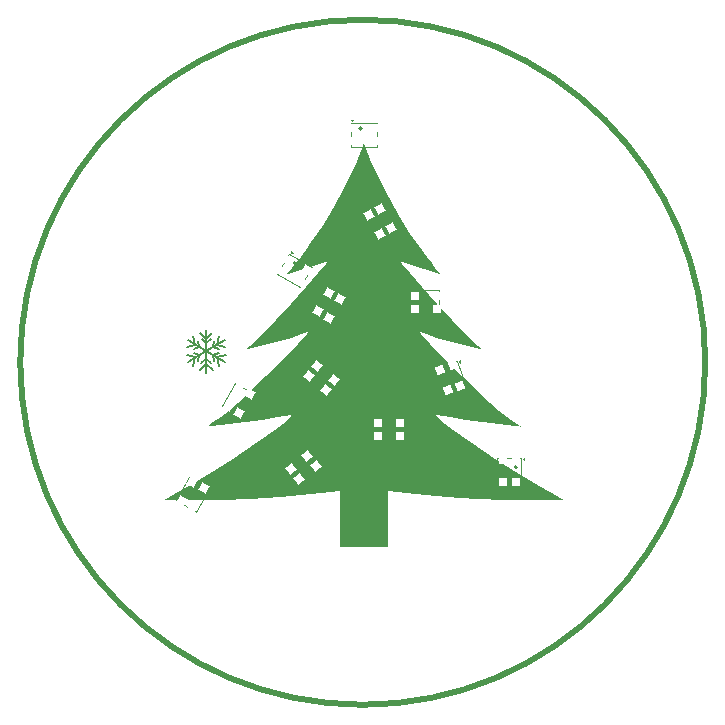
<source format=gto>
G04 #@! TF.GenerationSoftware,KiCad,Pcbnew,9.0.5*
G04 #@! TF.CreationDate,2025-11-30T01:11:54+01:00*
G04 #@! TF.ProjectId,xmasCrystalBall,786d6173-4372-4797-9374-616c42616c6c,rev?*
G04 #@! TF.SameCoordinates,Original*
G04 #@! TF.FileFunction,Legend,Top*
G04 #@! TF.FilePolarity,Positive*
%FSLAX46Y46*%
G04 Gerber Fmt 4.6, Leading zero omitted, Abs format (unit mm)*
G04 Created by KiCad (PCBNEW 9.0.5) date 2025-11-30 01:11:54*
%MOMM*%
%LPD*%
G01*
G04 APERTURE LIST*
G04 Aperture macros list*
%AMRotRect*
0 Rectangle, with rotation*
0 The origin of the aperture is its center*
0 $1 length*
0 $2 width*
0 $3 Rotation angle, in degrees counterclockwise*
0 Add horizontal line*
21,1,$1,$2,0,0,$3*%
G04 Aperture macros list end*
%ADD10C,0.141022*%
%ADD11C,0.500000*%
%ADD12C,0.000000*%
%ADD13C,0.100000*%
%ADD14C,0.200000*%
%ADD15RotRect,0.700000X0.700000X290.000000*%
%ADD16R,0.700000X0.700000*%
%ADD17RotRect,0.700000X0.700000X300.000000*%
%ADD18RotRect,0.700000X0.700000X330.000000*%
%ADD19RotRect,0.700000X0.700000X240.000000*%
%ADD20RotRect,0.700000X0.700000X220.000000*%
%ADD21RotRect,0.700000X0.700000X140.000000*%
%ADD22RotRect,0.700000X0.700000X60.000000*%
%ADD23C,0.100000*%
%ADD24O,1.200000X2.000000*%
%ADD25O,1.200000X2.300000*%
G04 APERTURE END LIST*
D10*
X130195603Y-95762553D02*
X130590383Y-95424167D01*
X130581786Y-96568812D02*
X130598984Y-96568812D01*
X131266396Y-95584021D02*
X131177971Y-95093408D01*
X129543032Y-94592228D02*
X130009380Y-94427472D01*
D11*
X172850000Y-95700000D02*
G75*
G02*
X114850000Y-95700000I-29000000J0D01*
G01*
X114850000Y-95700000D02*
G75*
G02*
X172850000Y-95700000I29000000J0D01*
G01*
D10*
X131513621Y-94220571D02*
X131700004Y-93512897D01*
X129019631Y-95669193D02*
X130581819Y-94754339D01*
X128950000Y-95100000D02*
X129658382Y-95288709D01*
X130048069Y-96353873D02*
X130590387Y-95823817D01*
D12*
G36*
X143950000Y-111343542D02*
G01*
X141926855Y-111343542D01*
X141926855Y-106576572D01*
X139502895Y-106886415D01*
X136922273Y-107108687D01*
X134342183Y-107257097D01*
X131919820Y-107345357D01*
X128177054Y-107396271D01*
X126951531Y-107371114D01*
X127179693Y-107287878D01*
X127616742Y-107064574D01*
X128989737Y-106275656D01*
X130814982Y-105160143D01*
X132836945Y-103873815D01*
X134800096Y-102572455D01*
X136448900Y-101411843D01*
X137075569Y-100933000D01*
X137527827Y-100547762D01*
X137773733Y-100275602D01*
X137809321Y-100188011D01*
X137781344Y-100135993D01*
X136632923Y-100348304D01*
X135282007Y-100561640D01*
X132504046Y-100944085D01*
X130363129Y-101200971D01*
X130523497Y-101160416D01*
X130720035Y-101074718D01*
X131210100Y-100780485D01*
X131810284Y-100343445D01*
X132497545Y-99788772D01*
X133248843Y-99141642D01*
X134041137Y-98427226D01*
X135656554Y-96897238D01*
X137159470Y-95400198D01*
X138365560Y-94137501D01*
X138799695Y-93656965D01*
X139090501Y-93310536D01*
X139214939Y-93123389D01*
X139207569Y-93097412D01*
X139149967Y-93120696D01*
X138934012Y-93226653D01*
X138631007Y-93346526D01*
X137824751Y-93615213D01*
X136852998Y-93901139D01*
X135837546Y-94178690D01*
X134162739Y-94606200D01*
X133774719Y-94692815D01*
X133864389Y-94652666D01*
X133986742Y-94572099D01*
X134319836Y-94300779D01*
X134754679Y-93900993D01*
X135271949Y-93394878D01*
X136476487Y-92152211D01*
X137778880Y-90749877D01*
X139024557Y-89364976D01*
X140058946Y-88174607D01*
X140727478Y-87355868D01*
X140876244Y-87141204D01*
X140895799Y-87092233D01*
X140875582Y-87085860D01*
X140106676Y-87358766D01*
X138859871Y-87786830D01*
X137743227Y-88164465D01*
X137364805Y-88286086D01*
X137459463Y-88206734D01*
X137640442Y-88011008D01*
X137898301Y-87706220D01*
X138223597Y-87299683D01*
X138606886Y-86798707D01*
X139038725Y-86210604D01*
X139509673Y-85542685D01*
X140010286Y-84802263D01*
X140531121Y-83996649D01*
X141062736Y-83133154D01*
X141595688Y-82219091D01*
X142120533Y-81261770D01*
X142627830Y-80268504D01*
X143108135Y-79246603D01*
X143335215Y-78727200D01*
X143552006Y-78203381D01*
X143757328Y-77676058D01*
X143950000Y-77146147D01*
X143950000Y-111343542D01*
G37*
D10*
X129021932Y-93854916D02*
X130581819Y-94754339D01*
X129667149Y-94220572D02*
X129480765Y-93512897D01*
X129534976Y-94928131D02*
X130002799Y-95093408D01*
X130598984Y-92960689D02*
X130598984Y-96568812D01*
X128956904Y-94423080D02*
X129667149Y-94220572D01*
X132223866Y-94423079D02*
X131513621Y-94220571D01*
X130590384Y-94099246D02*
X130968659Y-93770438D01*
X130590386Y-93698967D02*
X131118927Y-93182507D01*
X131132699Y-96353874D02*
X130590387Y-95823817D01*
X129476249Y-96017241D02*
X129658382Y-95288709D01*
X131171391Y-94427472D02*
X131268263Y-93943110D01*
X131637737Y-94592228D02*
X131171391Y-94427472D01*
X130598984Y-92960689D02*
X130581786Y-92960689D01*
X132161139Y-95669191D02*
X130598953Y-94754338D01*
X131645793Y-94928130D02*
X131177971Y-95093408D01*
X130581786Y-92960689D02*
X130581786Y-96568812D01*
X131704521Y-96017241D02*
X131522387Y-95288708D01*
X130009380Y-94427472D02*
X129912505Y-93943110D01*
X132158837Y-93854915D02*
X130598953Y-94754338D01*
X130985168Y-95762553D02*
X130590383Y-95424167D01*
X130590384Y-94099246D02*
X130212110Y-93770440D01*
X129914373Y-95584022D02*
X130002799Y-95093408D01*
X130590386Y-93698967D02*
X130061841Y-93182506D01*
X132230770Y-95099999D02*
X131522387Y-95288708D01*
D12*
G36*
X144142672Y-77676058D02*
G01*
X144347994Y-78203381D01*
X144564785Y-78727200D01*
X144791865Y-79246603D01*
X145272170Y-80268504D01*
X145779467Y-81261770D01*
X146304313Y-82219091D01*
X146837265Y-83133154D01*
X147368880Y-83996649D01*
X147889715Y-84802263D01*
X148390328Y-85542685D01*
X148861276Y-86210604D01*
X149293116Y-86798707D01*
X149676405Y-87299683D01*
X150001700Y-87706220D01*
X150259559Y-88011008D01*
X150440538Y-88206734D01*
X150535196Y-88286086D01*
X150156774Y-88164465D01*
X149040130Y-87786830D01*
X147793325Y-87358766D01*
X147024419Y-87085860D01*
X147004202Y-87092233D01*
X147023756Y-87141204D01*
X147172523Y-87355868D01*
X147841054Y-88174607D01*
X148875444Y-89364976D01*
X150121121Y-90749877D01*
X151423514Y-92152211D01*
X152628052Y-93394878D01*
X153145323Y-93900993D01*
X153580166Y-94300779D01*
X153913260Y-94572099D01*
X154035613Y-94652666D01*
X154125283Y-94692815D01*
X153737263Y-94606200D01*
X152062456Y-94178690D01*
X151047004Y-93901139D01*
X150075251Y-93615213D01*
X149268995Y-93346526D01*
X148965991Y-93226653D01*
X148750036Y-93120696D01*
X148692433Y-93097412D01*
X148685063Y-93123389D01*
X148809500Y-93310536D01*
X149100305Y-93656965D01*
X149534439Y-94137501D01*
X150740530Y-95400198D01*
X152243451Y-96897238D01*
X153858879Y-98427226D01*
X154651183Y-99141642D01*
X155402493Y-99788772D01*
X156089769Y-100343445D01*
X156689970Y-100780485D01*
X157180057Y-101074718D01*
X157376607Y-101160416D01*
X157536989Y-101200971D01*
X155395955Y-100944085D01*
X152617991Y-100561640D01*
X151267077Y-100348304D01*
X150118657Y-100135993D01*
X150090680Y-100188011D01*
X150126270Y-100275602D01*
X150372179Y-100547762D01*
X150824442Y-100933000D01*
X151451118Y-101411843D01*
X153099941Y-102572455D01*
X155063113Y-103873815D01*
X157085097Y-105160143D01*
X158910360Y-106275656D01*
X160283366Y-107064574D01*
X160720418Y-107287878D01*
X160948580Y-107371114D01*
X159723037Y-107396271D01*
X155980233Y-107345357D01*
X153557851Y-107257097D01*
X150977744Y-107108687D01*
X148397111Y-106886415D01*
X145973146Y-106576572D01*
X145973146Y-111343542D01*
X143950000Y-111343542D01*
X143950000Y-77146147D01*
X144142672Y-77676058D01*
G37*
D13*
X149934086Y-96308358D02*
X150686530Y-98375682D01*
X150686530Y-98375682D02*
X152565914Y-97691642D01*
X151813470Y-95624318D02*
X149934086Y-96308358D01*
X151988626Y-95666984D02*
X152048394Y-95538813D01*
X152048394Y-95538813D02*
X152116798Y-95726752D01*
X152116798Y-95726752D02*
X151988626Y-95666984D01*
X152565914Y-97691642D02*
X151813470Y-95624318D01*
D14*
X151764225Y-96529981D02*
G75*
G02*
X151564225Y-96529981I-100000J0D01*
G01*
X151564225Y-96529981D02*
G75*
G02*
X151764225Y-96529981I100000J0D01*
G01*
D13*
X148117413Y-89368814D02*
X148317413Y-89368814D01*
X148117413Y-89618814D02*
X148117413Y-91618814D01*
X148117413Y-91618814D02*
X150317413Y-91618814D01*
X148217413Y-89468814D02*
X148117413Y-89368814D01*
X148317413Y-89368814D02*
X148217413Y-89468814D01*
X150317413Y-89618814D02*
X148117413Y-89618814D01*
X150317413Y-91618814D02*
X150317413Y-89618814D01*
D14*
X149017413Y-90068814D02*
G75*
G02*
X148817413Y-90068814I-100000J0D01*
G01*
X148817413Y-90068814D02*
G75*
G02*
X149017413Y-90068814I100000J0D01*
G01*
D13*
X155250000Y-103800000D02*
X155250000Y-106000000D01*
X155250000Y-106000000D02*
X157250000Y-106000000D01*
X157250000Y-103800000D02*
X155250000Y-103800000D01*
X157250000Y-106000000D02*
X157250000Y-103800000D01*
X157400000Y-103900000D02*
X157500000Y-103800000D01*
X157500000Y-103800000D02*
X157500000Y-104000000D01*
X157500000Y-104000000D02*
X157400000Y-103900000D01*
D14*
X156900000Y-104600000D02*
G75*
G02*
X156700000Y-104600000I-100000J0D01*
G01*
X156700000Y-104600000D02*
G75*
G02*
X156900000Y-104600000I100000J0D01*
G01*
D13*
X143901388Y-83328558D02*
X145001388Y-85233814D01*
X145001388Y-85233814D02*
X146733438Y-84233814D01*
X145633438Y-82328558D02*
X143901388Y-83328558D01*
X145813342Y-82340161D02*
X145849945Y-82203558D01*
X145849945Y-82203558D02*
X145949945Y-82376763D01*
X145949945Y-82376763D02*
X145813342Y-82340161D01*
X146733438Y-84233814D02*
X145633438Y-82328558D01*
D14*
X145743727Y-83246378D02*
G75*
G02*
X145543727Y-83246378I-100000J0D01*
G01*
X145543727Y-83246378D02*
G75*
G02*
X145743727Y-83246378I100000J0D01*
G01*
D13*
X136612373Y-88266025D02*
X138517629Y-89366025D01*
X137612371Y-86533975D02*
X136612373Y-88266025D01*
X137737372Y-86317468D02*
X137910579Y-86417468D01*
X137773975Y-86454071D02*
X137737372Y-86317468D01*
X137910579Y-86417468D02*
X137773975Y-86454071D01*
X138517629Y-89366025D02*
X139517627Y-87633975D01*
X139517627Y-87633975D02*
X137612371Y-86533975D01*
D14*
X138180192Y-87323686D02*
G75*
G02*
X137980192Y-87323686I-100000J0D01*
G01*
X137980192Y-87323686D02*
G75*
G02*
X138180192Y-87323686I100000J0D01*
G01*
D13*
X131966562Y-99371442D02*
X133698612Y-100371442D01*
X133066562Y-97466186D02*
X131966562Y-99371442D01*
X133698612Y-100371442D02*
X134798612Y-98466186D01*
X134798612Y-98466186D02*
X133066562Y-97466186D01*
X134878516Y-98627789D02*
X135015119Y-98591186D01*
X134915119Y-98764391D02*
X134878516Y-98627789D01*
X135015119Y-98591186D02*
X134915119Y-98764391D01*
D14*
X134108901Y-98934006D02*
G75*
G02*
X133908901Y-98934006I-100000J0D01*
G01*
X133908901Y-98934006D02*
G75*
G02*
X134108901Y-98934006I100000J0D01*
G01*
D13*
X137317167Y-104550497D02*
X138602741Y-106082586D01*
X138602741Y-106082586D02*
X140288039Y-104668453D01*
X139002465Y-103136364D02*
X137317167Y-104550497D01*
X140288039Y-104668453D02*
X139002465Y-103136364D01*
X140295528Y-104988522D02*
X140307853Y-104847638D01*
X140307853Y-104847638D02*
X140448737Y-104859964D01*
X140448737Y-104859964D02*
X140295528Y-104988522D01*
D14*
X139485951Y-104837963D02*
G75*
G02*
X139285949Y-104837963I-100001J0D01*
G01*
X139285949Y-104837963D02*
G75*
G02*
X139485951Y-104837963I100001J0D01*
G01*
D13*
X142865000Y-75200000D02*
X143065000Y-75200000D01*
X142865000Y-75450000D02*
X142865000Y-77450000D01*
X142865000Y-77450000D02*
X145065000Y-77450000D01*
X142965000Y-75300000D02*
X142865000Y-75200000D01*
X143065000Y-75200000D02*
X142965000Y-75300000D01*
X145065000Y-75450000D02*
X142865000Y-75450000D01*
X145065000Y-77450000D02*
X145065000Y-75450000D01*
D14*
X143765000Y-75900000D02*
G75*
G02*
X143565000Y-75900000I-100000J0D01*
G01*
X143565000Y-75900000D02*
G75*
G02*
X143765000Y-75900000I100000J0D01*
G01*
D13*
X138864564Y-97058978D02*
X140549862Y-98473111D01*
X140150138Y-95526889D02*
X138864564Y-97058978D01*
X140235955Y-98536065D02*
X140376839Y-98523738D01*
X140376839Y-98523738D02*
X140389164Y-98664622D01*
X140389164Y-98664622D02*
X140235955Y-98536065D01*
X140549862Y-98473111D02*
X141835436Y-96941022D01*
X141835436Y-96941022D02*
X140150138Y-95526889D01*
D14*
X140326280Y-97614161D02*
G75*
G02*
X140126280Y-97614161I-100000J0D01*
G01*
X140126280Y-97614161D02*
G75*
G02*
X140326280Y-97614161I100000J0D01*
G01*
D13*
X139552789Y-91320041D02*
X141284839Y-92320041D01*
X140652789Y-89414785D02*
X139552789Y-91320041D01*
X141284839Y-92320041D02*
X142384839Y-90414785D01*
X142384839Y-90414785D02*
X140652789Y-89414785D01*
X142464743Y-90576388D02*
X142601346Y-90539785D01*
X142501346Y-90712990D02*
X142464743Y-90576388D01*
X142601346Y-90539785D02*
X142501346Y-90712990D01*
D14*
X141695128Y-90882605D02*
G75*
G02*
X141495128Y-90882605I-100000J0D01*
G01*
X141495128Y-90882605D02*
G75*
G02*
X141695128Y-90882605I100000J0D01*
G01*
D13*
X127817468Y-107227628D02*
X127917468Y-107054423D01*
X127917468Y-107054423D02*
X127954071Y-107191025D01*
X127954071Y-107191025D02*
X127817468Y-107227628D01*
X128033975Y-107352628D02*
X129766025Y-108352628D01*
X129133975Y-105447372D02*
X128033975Y-107352628D01*
X129766025Y-108352628D02*
X130866025Y-106447372D01*
X130866025Y-106447372D02*
X129133975Y-105447372D01*
D14*
X128923686Y-106884808D02*
G75*
G02*
X128723686Y-106884808I-100000J0D01*
G01*
X128723686Y-106884808D02*
G75*
G02*
X128923686Y-106884808I100000J0D01*
G01*
D13*
X144950000Y-100150000D02*
X145150000Y-100150000D01*
X144950000Y-100400000D02*
X144950000Y-102400000D01*
X144950000Y-102400000D02*
X147150000Y-102400000D01*
X145050000Y-100250000D02*
X144950000Y-100150000D01*
X145150000Y-100150000D02*
X145050000Y-100250000D01*
X147150000Y-100400000D02*
X144950000Y-100400000D01*
X147150000Y-102400000D02*
X147150000Y-100400000D01*
D14*
X145850000Y-100850000D02*
G75*
G02*
X145650000Y-100850000I-100000J0D01*
G01*
X145650000Y-100850000D02*
G75*
G02*
X145850000Y-100850000I100000J0D01*
G01*
%LPC*%
D15*
X151453883Y-95952071D03*
X150420220Y-96328291D03*
X151046117Y-98047929D03*
X152079780Y-97671709D03*
D16*
X148302413Y-90068814D03*
X148302413Y-91168814D03*
X150132413Y-91168814D03*
X150132413Y-90068814D03*
X156800000Y-103985000D03*
X155700000Y-103985000D03*
X155700000Y-105815000D03*
X156800000Y-105815000D03*
D17*
X145336227Y-82713773D03*
X144383599Y-83263773D03*
X145298599Y-84848599D03*
X146251227Y-84298599D03*
D18*
X137547587Y-87016187D03*
X136997587Y-87968814D03*
X138582413Y-88883813D03*
X139132413Y-87931186D03*
D19*
X134316401Y-98401401D03*
X133363773Y-97851401D03*
X132448773Y-99436227D03*
X133401401Y-99986227D03*
D20*
X139857067Y-104442649D03*
X139150000Y-103600000D03*
X137748139Y-104776301D03*
X138455206Y-105618950D03*
D16*
X143050000Y-75900000D03*
X143050000Y-77000000D03*
X144880000Y-77000000D03*
X144880000Y-75900000D03*
D21*
X140697397Y-98009475D03*
X141404463Y-97166826D03*
X140002603Y-95990525D03*
X139295537Y-96833174D03*
D19*
X141902628Y-90350000D03*
X140950000Y-89800000D03*
X140035000Y-91384826D03*
X140987628Y-91934826D03*
D22*
X128516186Y-107417413D03*
X129468814Y-107967413D03*
X130383814Y-106382587D03*
X129431186Y-105832587D03*
D16*
X145135000Y-100850000D03*
X145135000Y-101950000D03*
X146965000Y-101950000D03*
X146965000Y-100850000D03*
D23*
X146740000Y-118960000D03*
X140960000Y-118960000D03*
D24*
X148175000Y-122660000D03*
D25*
X148175000Y-118480000D03*
D24*
X139525000Y-122660000D03*
D25*
X139525000Y-118480000D03*
%LPD*%
M02*

</source>
